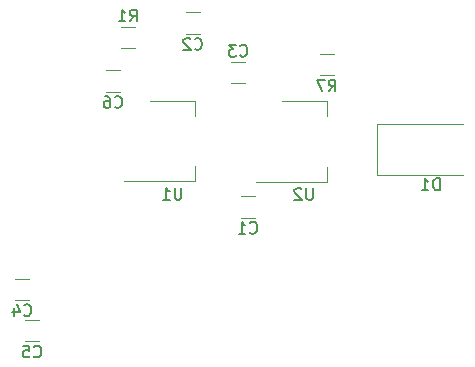
<source format=gbr>
%TF.GenerationSoftware,KiCad,Pcbnew,5.1.5-52549c5~84~ubuntu18.04.1*%
%TF.CreationDate,2020-01-27T10:34:20+01:00*%
%TF.ProjectId,sboxnet-modul,73626f78-6e65-4742-9d6d-6f64756c2e6b,rev?*%
%TF.SameCoordinates,Original*%
%TF.FileFunction,Legend,Bot*%
%TF.FilePolarity,Positive*%
%FSLAX46Y46*%
G04 Gerber Fmt 4.6, Leading zero omitted, Abs format (unit mm)*
G04 Created by KiCad (PCBNEW 5.1.5-52549c5~84~ubuntu18.04.1) date 2020-01-27 10:34:20*
%MOMM*%
%LPD*%
G04 APERTURE LIST*
%ADD10C,0.120000*%
%ADD11C,0.150000*%
G04 APERTURE END LIST*
D10*
X120225736Y-75798000D02*
X121429864Y-75798000D01*
X120225736Y-77618000D02*
X121429864Y-77618000D01*
X143150000Y-84640000D02*
X150450000Y-84640000D01*
X143150000Y-80340000D02*
X150450000Y-80340000D01*
X143150000Y-84640000D02*
X143150000Y-80340000D01*
X132907600Y-85223400D02*
X138917600Y-85223400D01*
X135157600Y-78403400D02*
X138917600Y-78403400D01*
X138917600Y-85223400D02*
X138917600Y-83963400D01*
X138917600Y-78403400D02*
X138917600Y-79663400D01*
X121757000Y-85198000D02*
X127767000Y-85198000D01*
X124007000Y-78378000D02*
X127767000Y-78378000D01*
X127767000Y-85198000D02*
X127767000Y-83938000D01*
X127767000Y-78378000D02*
X127767000Y-79638000D01*
X138321636Y-74401000D02*
X139525764Y-74401000D01*
X138321636Y-76221000D02*
X139525764Y-76221000D01*
X122688764Y-73935000D02*
X121484636Y-73935000D01*
X122688764Y-72115000D02*
X121484636Y-72115000D01*
X113355036Y-96918100D02*
X114559164Y-96918100D01*
X113355036Y-98738100D02*
X114559164Y-98738100D01*
X112529536Y-93425600D02*
X113733664Y-93425600D01*
X112529536Y-95245600D02*
X113733664Y-95245600D01*
X132021664Y-76906800D02*
X130817536Y-76906800D01*
X132021664Y-75086800D02*
X130817536Y-75086800D01*
X126980536Y-70895800D02*
X128184664Y-70895800D01*
X126980536Y-72715800D02*
X128184664Y-72715800D01*
X131655736Y-86440600D02*
X132859864Y-86440600D01*
X131655736Y-88260600D02*
X132859864Y-88260600D01*
D11*
X120994466Y-78885142D02*
X121042085Y-78932761D01*
X121184942Y-78980380D01*
X121280180Y-78980380D01*
X121423038Y-78932761D01*
X121518276Y-78837523D01*
X121565895Y-78742285D01*
X121613514Y-78551809D01*
X121613514Y-78408952D01*
X121565895Y-78218476D01*
X121518276Y-78123238D01*
X121423038Y-78028000D01*
X121280180Y-77980380D01*
X121184942Y-77980380D01*
X121042085Y-78028000D01*
X120994466Y-78075619D01*
X120137323Y-77980380D02*
X120327800Y-77980380D01*
X120423038Y-78028000D01*
X120470657Y-78075619D01*
X120565895Y-78218476D01*
X120613514Y-78408952D01*
X120613514Y-78789904D01*
X120565895Y-78885142D01*
X120518276Y-78932761D01*
X120423038Y-78980380D01*
X120232561Y-78980380D01*
X120137323Y-78932761D01*
X120089704Y-78885142D01*
X120042085Y-78789904D01*
X120042085Y-78551809D01*
X120089704Y-78456571D01*
X120137323Y-78408952D01*
X120232561Y-78361333D01*
X120423038Y-78361333D01*
X120518276Y-78408952D01*
X120565895Y-78456571D01*
X120613514Y-78551809D01*
X148488095Y-85942380D02*
X148488095Y-84942380D01*
X148250000Y-84942380D01*
X148107142Y-84990000D01*
X148011904Y-85085238D01*
X147964285Y-85180476D01*
X147916666Y-85370952D01*
X147916666Y-85513809D01*
X147964285Y-85704285D01*
X148011904Y-85799523D01*
X148107142Y-85894761D01*
X148250000Y-85942380D01*
X148488095Y-85942380D01*
X146964285Y-85942380D02*
X147535714Y-85942380D01*
X147250000Y-85942380D02*
X147250000Y-84942380D01*
X147345238Y-85085238D01*
X147440476Y-85180476D01*
X147535714Y-85228095D01*
X137769504Y-85765780D02*
X137769504Y-86575304D01*
X137721885Y-86670542D01*
X137674266Y-86718161D01*
X137579028Y-86765780D01*
X137388552Y-86765780D01*
X137293314Y-86718161D01*
X137245695Y-86670542D01*
X137198076Y-86575304D01*
X137198076Y-85765780D01*
X136769504Y-85861019D02*
X136721885Y-85813400D01*
X136626647Y-85765780D01*
X136388552Y-85765780D01*
X136293314Y-85813400D01*
X136245695Y-85861019D01*
X136198076Y-85956257D01*
X136198076Y-86051495D01*
X136245695Y-86194352D01*
X136817123Y-86765780D01*
X136198076Y-86765780D01*
X126618904Y-85740380D02*
X126618904Y-86549904D01*
X126571285Y-86645142D01*
X126523666Y-86692761D01*
X126428428Y-86740380D01*
X126237952Y-86740380D01*
X126142714Y-86692761D01*
X126095095Y-86645142D01*
X126047476Y-86549904D01*
X126047476Y-85740380D01*
X125047476Y-86740380D02*
X125618904Y-86740380D01*
X125333190Y-86740380D02*
X125333190Y-85740380D01*
X125428428Y-85883238D01*
X125523666Y-85978476D01*
X125618904Y-86026095D01*
X139090366Y-77583380D02*
X139423700Y-77107190D01*
X139661795Y-77583380D02*
X139661795Y-76583380D01*
X139280842Y-76583380D01*
X139185604Y-76631000D01*
X139137985Y-76678619D01*
X139090366Y-76773857D01*
X139090366Y-76916714D01*
X139137985Y-77011952D01*
X139185604Y-77059571D01*
X139280842Y-77107190D01*
X139661795Y-77107190D01*
X138757033Y-76583380D02*
X138090366Y-76583380D01*
X138518938Y-77583380D01*
X122253366Y-71657380D02*
X122586700Y-71181190D01*
X122824795Y-71657380D02*
X122824795Y-70657380D01*
X122443842Y-70657380D01*
X122348604Y-70705000D01*
X122300985Y-70752619D01*
X122253366Y-70847857D01*
X122253366Y-70990714D01*
X122300985Y-71085952D01*
X122348604Y-71133571D01*
X122443842Y-71181190D01*
X122824795Y-71181190D01*
X121300985Y-71657380D02*
X121872414Y-71657380D01*
X121586700Y-71657380D02*
X121586700Y-70657380D01*
X121681938Y-70800238D01*
X121777176Y-70895476D01*
X121872414Y-70943095D01*
X114123766Y-100005242D02*
X114171385Y-100052861D01*
X114314242Y-100100480D01*
X114409480Y-100100480D01*
X114552338Y-100052861D01*
X114647576Y-99957623D01*
X114695195Y-99862385D01*
X114742814Y-99671909D01*
X114742814Y-99529052D01*
X114695195Y-99338576D01*
X114647576Y-99243338D01*
X114552338Y-99148100D01*
X114409480Y-99100480D01*
X114314242Y-99100480D01*
X114171385Y-99148100D01*
X114123766Y-99195719D01*
X113219004Y-99100480D02*
X113695195Y-99100480D01*
X113742814Y-99576671D01*
X113695195Y-99529052D01*
X113599957Y-99481433D01*
X113361861Y-99481433D01*
X113266623Y-99529052D01*
X113219004Y-99576671D01*
X113171385Y-99671909D01*
X113171385Y-99910004D01*
X113219004Y-100005242D01*
X113266623Y-100052861D01*
X113361861Y-100100480D01*
X113599957Y-100100480D01*
X113695195Y-100052861D01*
X113742814Y-100005242D01*
X113298266Y-96512742D02*
X113345885Y-96560361D01*
X113488742Y-96607980D01*
X113583980Y-96607980D01*
X113726838Y-96560361D01*
X113822076Y-96465123D01*
X113869695Y-96369885D01*
X113917314Y-96179409D01*
X113917314Y-96036552D01*
X113869695Y-95846076D01*
X113822076Y-95750838D01*
X113726838Y-95655600D01*
X113583980Y-95607980D01*
X113488742Y-95607980D01*
X113345885Y-95655600D01*
X113298266Y-95703219D01*
X112441123Y-95941314D02*
X112441123Y-96607980D01*
X112679219Y-95560361D02*
X112917314Y-96274647D01*
X112298266Y-96274647D01*
X131586266Y-74533942D02*
X131633885Y-74581561D01*
X131776742Y-74629180D01*
X131871980Y-74629180D01*
X132014838Y-74581561D01*
X132110076Y-74486323D01*
X132157695Y-74391085D01*
X132205314Y-74200609D01*
X132205314Y-74057752D01*
X132157695Y-73867276D01*
X132110076Y-73772038D01*
X132014838Y-73676800D01*
X131871980Y-73629180D01*
X131776742Y-73629180D01*
X131633885Y-73676800D01*
X131586266Y-73724419D01*
X131252933Y-73629180D02*
X130633885Y-73629180D01*
X130967219Y-74010133D01*
X130824361Y-74010133D01*
X130729123Y-74057752D01*
X130681504Y-74105371D01*
X130633885Y-74200609D01*
X130633885Y-74438704D01*
X130681504Y-74533942D01*
X130729123Y-74581561D01*
X130824361Y-74629180D01*
X131110076Y-74629180D01*
X131205314Y-74581561D01*
X131252933Y-74533942D01*
X127749266Y-73982942D02*
X127796885Y-74030561D01*
X127939742Y-74078180D01*
X128034980Y-74078180D01*
X128177838Y-74030561D01*
X128273076Y-73935323D01*
X128320695Y-73840085D01*
X128368314Y-73649609D01*
X128368314Y-73506752D01*
X128320695Y-73316276D01*
X128273076Y-73221038D01*
X128177838Y-73125800D01*
X128034980Y-73078180D01*
X127939742Y-73078180D01*
X127796885Y-73125800D01*
X127749266Y-73173419D01*
X127368314Y-73173419D02*
X127320695Y-73125800D01*
X127225457Y-73078180D01*
X126987361Y-73078180D01*
X126892123Y-73125800D01*
X126844504Y-73173419D01*
X126796885Y-73268657D01*
X126796885Y-73363895D01*
X126844504Y-73506752D01*
X127415933Y-74078180D01*
X126796885Y-74078180D01*
X132424466Y-89527742D02*
X132472085Y-89575361D01*
X132614942Y-89622980D01*
X132710180Y-89622980D01*
X132853038Y-89575361D01*
X132948276Y-89480123D01*
X132995895Y-89384885D01*
X133043514Y-89194409D01*
X133043514Y-89051552D01*
X132995895Y-88861076D01*
X132948276Y-88765838D01*
X132853038Y-88670600D01*
X132710180Y-88622980D01*
X132614942Y-88622980D01*
X132472085Y-88670600D01*
X132424466Y-88718219D01*
X131472085Y-89622980D02*
X132043514Y-89622980D01*
X131757800Y-89622980D02*
X131757800Y-88622980D01*
X131853038Y-88765838D01*
X131948276Y-88861076D01*
X132043514Y-88908695D01*
M02*

</source>
